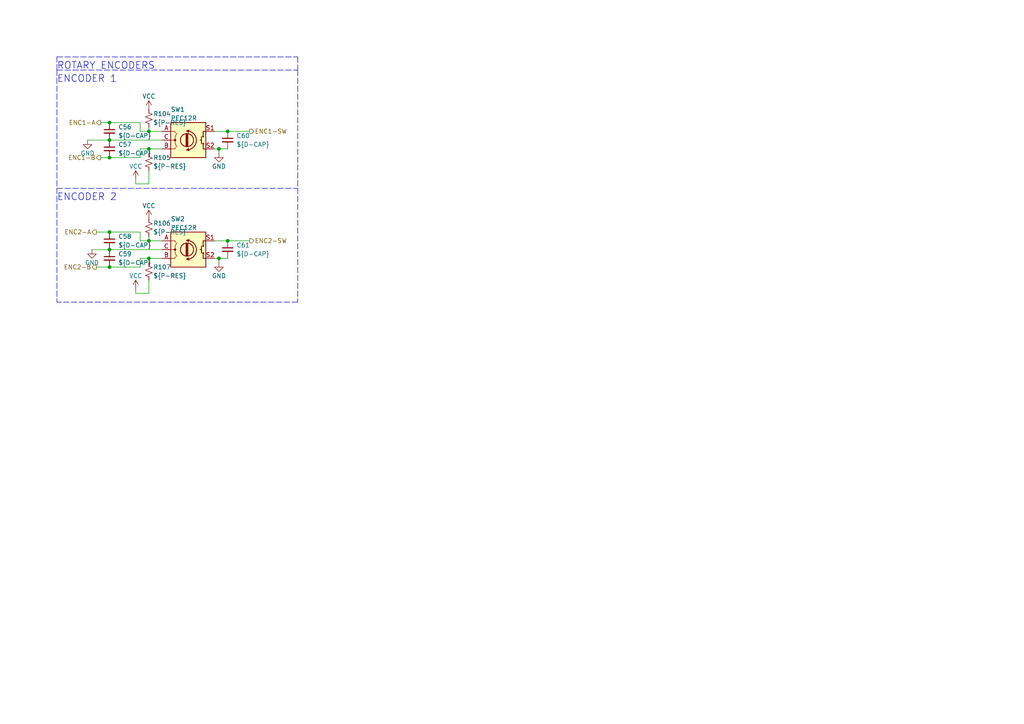
<source format=kicad_sch>
(kicad_sch (version 20211123) (generator eeschema)

  (uuid f1075004-4cd1-4a96-acbd-5e4f4592fc15)

  (paper "A4")

  (title_block
    (title "CONTROLS")
    (rev "REV5")
  )

  (lib_symbols
    (symbol "Device:C_Small" (pin_numbers hide) (pin_names (offset 0.254) hide) (in_bom yes) (on_board yes)
      (property "Reference" "C" (id 0) (at 0.254 1.778 0)
        (effects (font (size 1.27 1.27)) (justify left))
      )
      (property "Value" "C_Small" (id 1) (at 0.254 -2.032 0)
        (effects (font (size 1.27 1.27)) (justify left))
      )
      (property "Footprint" "" (id 2) (at 0 0 0)
        (effects (font (size 1.27 1.27)) hide)
      )
      (property "Datasheet" "~" (id 3) (at 0 0 0)
        (effects (font (size 1.27 1.27)) hide)
      )
      (property "ki_keywords" "capacitor cap" (id 4) (at 0 0 0)
        (effects (font (size 1.27 1.27)) hide)
      )
      (property "ki_description" "Unpolarized capacitor, small symbol" (id 5) (at 0 0 0)
        (effects (font (size 1.27 1.27)) hide)
      )
      (property "ki_fp_filters" "C_*" (id 6) (at 0 0 0)
        (effects (font (size 1.27 1.27)) hide)
      )
      (symbol "C_Small_0_1"
        (polyline
          (pts
            (xy -1.524 -0.508)
            (xy 1.524 -0.508)
          )
          (stroke (width 0.3302) (type default) (color 0 0 0 0))
          (fill (type none))
        )
        (polyline
          (pts
            (xy -1.524 0.508)
            (xy 1.524 0.508)
          )
          (stroke (width 0.3048) (type default) (color 0 0 0 0))
          (fill (type none))
        )
      )
      (symbol "C_Small_1_1"
        (pin passive line (at 0 2.54 270) (length 2.032)
          (name "~" (effects (font (size 1.27 1.27))))
          (number "1" (effects (font (size 1.27 1.27))))
        )
        (pin passive line (at 0 -2.54 90) (length 2.032)
          (name "~" (effects (font (size 1.27 1.27))))
          (number "2" (effects (font (size 1.27 1.27))))
        )
      )
    )
    (symbol "Device:R_Small_US" (pin_numbers hide) (pin_names (offset 0.254) hide) (in_bom yes) (on_board yes)
      (property "Reference" "R" (id 0) (at 0.762 0.508 0)
        (effects (font (size 1.27 1.27)) (justify left))
      )
      (property "Value" "R_Small_US" (id 1) (at 0.762 -1.016 0)
        (effects (font (size 1.27 1.27)) (justify left))
      )
      (property "Footprint" "" (id 2) (at 0 0 0)
        (effects (font (size 1.27 1.27)) hide)
      )
      (property "Datasheet" "~" (id 3) (at 0 0 0)
        (effects (font (size 1.27 1.27)) hide)
      )
      (property "ki_keywords" "r resistor" (id 4) (at 0 0 0)
        (effects (font (size 1.27 1.27)) hide)
      )
      (property "ki_description" "Resistor, small US symbol" (id 5) (at 0 0 0)
        (effects (font (size 1.27 1.27)) hide)
      )
      (property "ki_fp_filters" "R_*" (id 6) (at 0 0 0)
        (effects (font (size 1.27 1.27)) hide)
      )
      (symbol "R_Small_US_1_1"
        (polyline
          (pts
            (xy 0 0)
            (xy 1.016 -0.381)
            (xy 0 -0.762)
            (xy -1.016 -1.143)
            (xy 0 -1.524)
          )
          (stroke (width 0) (type default) (color 0 0 0 0))
          (fill (type none))
        )
        (polyline
          (pts
            (xy 0 1.524)
            (xy 1.016 1.143)
            (xy 0 0.762)
            (xy -1.016 0.381)
            (xy 0 0)
          )
          (stroke (width 0) (type default) (color 0 0 0 0))
          (fill (type none))
        )
        (pin passive line (at 0 2.54 270) (length 1.016)
          (name "~" (effects (font (size 1.27 1.27))))
          (number "1" (effects (font (size 1.27 1.27))))
        )
        (pin passive line (at 0 -2.54 90) (length 1.016)
          (name "~" (effects (font (size 1.27 1.27))))
          (number "2" (effects (font (size 1.27 1.27))))
        )
      )
    )
    (symbol "Device:RotaryEncoder_Switch" (pin_names (offset 0.254) hide) (in_bom yes) (on_board yes)
      (property "Reference" "SW" (id 0) (at 0 6.604 0)
        (effects (font (size 1.27 1.27)))
      )
      (property "Value" "RotaryEncoder_Switch" (id 1) (at 0 -6.604 0)
        (effects (font (size 1.27 1.27)))
      )
      (property "Footprint" "" (id 2) (at -3.81 4.064 0)
        (effects (font (size 1.27 1.27)) hide)
      )
      (property "Datasheet" "~" (id 3) (at 0 6.604 0)
        (effects (font (size 1.27 1.27)) hide)
      )
      (property "ki_keywords" "rotary switch encoder switch push button" (id 4) (at 0 0 0)
        (effects (font (size 1.27 1.27)) hide)
      )
      (property "ki_description" "Rotary encoder, dual channel, incremental quadrate outputs, with switch" (id 5) (at 0 0 0)
        (effects (font (size 1.27 1.27)) hide)
      )
      (property "ki_fp_filters" "RotaryEncoder*Switch*" (id 6) (at 0 0 0)
        (effects (font (size 1.27 1.27)) hide)
      )
      (symbol "RotaryEncoder_Switch_0_1"
        (rectangle (start -5.08 5.08) (end 5.08 -5.08)
          (stroke (width 0.254) (type default) (color 0 0 0 0))
          (fill (type background))
        )
        (circle (center -3.81 0) (radius 0.254)
          (stroke (width 0) (type default) (color 0 0 0 0))
          (fill (type outline))
        )
        (arc (start -0.381 -2.794) (mid 2.3622 -0.0635) (end -0.381 2.667)
          (stroke (width 0.254) (type default) (color 0 0 0 0))
          (fill (type none))
        )
        (circle (center -0.381 0) (radius 1.905)
          (stroke (width 0.254) (type default) (color 0 0 0 0))
          (fill (type none))
        )
        (polyline
          (pts
            (xy -0.635 -1.778)
            (xy -0.635 1.778)
          )
          (stroke (width 0.254) (type default) (color 0 0 0 0))
          (fill (type none))
        )
        (polyline
          (pts
            (xy -0.381 -1.778)
            (xy -0.381 1.778)
          )
          (stroke (width 0.254) (type default) (color 0 0 0 0))
          (fill (type none))
        )
        (polyline
          (pts
            (xy -0.127 1.778)
            (xy -0.127 -1.778)
          )
          (stroke (width 0.254) (type default) (color 0 0 0 0))
          (fill (type none))
        )
        (polyline
          (pts
            (xy 3.81 0)
            (xy 3.429 0)
          )
          (stroke (width 0.254) (type default) (color 0 0 0 0))
          (fill (type none))
        )
        (polyline
          (pts
            (xy 3.81 1.016)
            (xy 3.81 -1.016)
          )
          (stroke (width 0.254) (type default) (color 0 0 0 0))
          (fill (type none))
        )
        (polyline
          (pts
            (xy -5.08 -2.54)
            (xy -3.81 -2.54)
            (xy -3.81 -2.032)
          )
          (stroke (width 0) (type default) (color 0 0 0 0))
          (fill (type none))
        )
        (polyline
          (pts
            (xy -5.08 2.54)
            (xy -3.81 2.54)
            (xy -3.81 2.032)
          )
          (stroke (width 0) (type default) (color 0 0 0 0))
          (fill (type none))
        )
        (polyline
          (pts
            (xy 0.254 -3.048)
            (xy -0.508 -2.794)
            (xy 0.127 -2.413)
          )
          (stroke (width 0.254) (type default) (color 0 0 0 0))
          (fill (type none))
        )
        (polyline
          (pts
            (xy 0.254 2.921)
            (xy -0.508 2.667)
            (xy 0.127 2.286)
          )
          (stroke (width 0.254) (type default) (color 0 0 0 0))
          (fill (type none))
        )
        (polyline
          (pts
            (xy 5.08 -2.54)
            (xy 4.318 -2.54)
            (xy 4.318 -1.016)
          )
          (stroke (width 0.254) (type default) (color 0 0 0 0))
          (fill (type none))
        )
        (polyline
          (pts
            (xy 5.08 2.54)
            (xy 4.318 2.54)
            (xy 4.318 1.016)
          )
          (stroke (width 0.254) (type default) (color 0 0 0 0))
          (fill (type none))
        )
        (polyline
          (pts
            (xy -5.08 0)
            (xy -3.81 0)
            (xy -3.81 -1.016)
            (xy -3.302 -2.032)
          )
          (stroke (width 0) (type default) (color 0 0 0 0))
          (fill (type none))
        )
        (polyline
          (pts
            (xy -4.318 0)
            (xy -3.81 0)
            (xy -3.81 1.016)
            (xy -3.302 2.032)
          )
          (stroke (width 0) (type default) (color 0 0 0 0))
          (fill (type none))
        )
        (circle (center 4.318 -1.016) (radius 0.127)
          (stroke (width 0.254) (type default) (color 0 0 0 0))
          (fill (type none))
        )
        (circle (center 4.318 1.016) (radius 0.127)
          (stroke (width 0.254) (type default) (color 0 0 0 0))
          (fill (type none))
        )
      )
      (symbol "RotaryEncoder_Switch_1_1"
        (pin passive line (at -7.62 2.54 0) (length 2.54)
          (name "A" (effects (font (size 1.27 1.27))))
          (number "A" (effects (font (size 1.27 1.27))))
        )
        (pin passive line (at -7.62 -2.54 0) (length 2.54)
          (name "B" (effects (font (size 1.27 1.27))))
          (number "B" (effects (font (size 1.27 1.27))))
        )
        (pin passive line (at -7.62 0 0) (length 2.54)
          (name "C" (effects (font (size 1.27 1.27))))
          (number "C" (effects (font (size 1.27 1.27))))
        )
        (pin passive line (at 7.62 2.54 180) (length 2.54)
          (name "S1" (effects (font (size 1.27 1.27))))
          (number "S1" (effects (font (size 1.27 1.27))))
        )
        (pin passive line (at 7.62 -2.54 180) (length 2.54)
          (name "S2" (effects (font (size 1.27 1.27))))
          (number "S2" (effects (font (size 1.27 1.27))))
        )
      )
    )
    (symbol "power:GND" (power) (pin_names (offset 0)) (in_bom yes) (on_board yes)
      (property "Reference" "#PWR" (id 0) (at 0 -6.35 0)
        (effects (font (size 1.27 1.27)) hide)
      )
      (property "Value" "GND" (id 1) (at 0 -3.81 0)
        (effects (font (size 1.27 1.27)))
      )
      (property "Footprint" "" (id 2) (at 0 0 0)
        (effects (font (size 1.27 1.27)) hide)
      )
      (property "Datasheet" "" (id 3) (at 0 0 0)
        (effects (font (size 1.27 1.27)) hide)
      )
      (property "ki_keywords" "power-flag" (id 4) (at 0 0 0)
        (effects (font (size 1.27 1.27)) hide)
      )
      (property "ki_description" "Power symbol creates a global label with name \"GND\" , ground" (id 5) (at 0 0 0)
        (effects (font (size 1.27 1.27)) hide)
      )
      (symbol "GND_0_1"
        (polyline
          (pts
            (xy 0 0)
            (xy 0 -1.27)
            (xy 1.27 -1.27)
            (xy 0 -2.54)
            (xy -1.27 -1.27)
            (xy 0 -1.27)
          )
          (stroke (width 0) (type default) (color 0 0 0 0))
          (fill (type none))
        )
      )
      (symbol "GND_1_1"
        (pin power_in line (at 0 0 270) (length 0) hide
          (name "GND" (effects (font (size 1.27 1.27))))
          (number "1" (effects (font (size 1.27 1.27))))
        )
      )
    )
    (symbol "power:VCC" (power) (pin_names (offset 0)) (in_bom yes) (on_board yes)
      (property "Reference" "#PWR" (id 0) (at 0 -3.81 0)
        (effects (font (size 1.27 1.27)) hide)
      )
      (property "Value" "VCC" (id 1) (at 0 3.81 0)
        (effects (font (size 1.27 1.27)))
      )
      (property "Footprint" "" (id 2) (at 0 0 0)
        (effects (font (size 1.27 1.27)) hide)
      )
      (property "Datasheet" "" (id 3) (at 0 0 0)
        (effects (font (size 1.27 1.27)) hide)
      )
      (property "ki_keywords" "power-flag" (id 4) (at 0 0 0)
        (effects (font (size 1.27 1.27)) hide)
      )
      (property "ki_description" "Power symbol creates a global label with name \"VCC\"" (id 5) (at 0 0 0)
        (effects (font (size 1.27 1.27)) hide)
      )
      (symbol "VCC_0_1"
        (polyline
          (pts
            (xy -0.762 1.27)
            (xy 0 2.54)
          )
          (stroke (width 0) (type default) (color 0 0 0 0))
          (fill (type none))
        )
        (polyline
          (pts
            (xy 0 0)
            (xy 0 2.54)
          )
          (stroke (width 0) (type default) (color 0 0 0 0))
          (fill (type none))
        )
        (polyline
          (pts
            (xy 0 2.54)
            (xy 0.762 1.27)
          )
          (stroke (width 0) (type default) (color 0 0 0 0))
          (fill (type none))
        )
      )
      (symbol "VCC_1_1"
        (pin power_in line (at 0 0 90) (length 0) hide
          (name "VCC" (effects (font (size 1.27 1.27))))
          (number "1" (effects (font (size 1.27 1.27))))
        )
      )
    )
  )

  (junction (at 31.75 40.64) (diameter 0) (color 0 0 0 0)
    (uuid 0595bef5-f4f5-44e1-9ef8-65f4e0f553d6)
  )
  (junction (at 31.75 35.56) (diameter 0) (color 0 0 0 0)
    (uuid 1c66c6dc-7fb3-459c-8df0-a69546a9947c)
  )
  (junction (at 31.75 77.47) (diameter 0) (color 0 0 0 0)
    (uuid 3e44b033-5f1c-44e5-92f0-8334a7cf8287)
  )
  (junction (at 31.75 45.72) (diameter 0) (color 0 0 0 0)
    (uuid 57e382a6-15a7-471c-85ed-2808cebae0c9)
  )
  (junction (at 43.18 74.93) (diameter 0) (color 0 0 0 0)
    (uuid 58dbc9e5-969b-46ed-974a-3753e496ace3)
  )
  (junction (at 31.75 72.39) (diameter 0) (color 0 0 0 0)
    (uuid 75b267bd-ba05-4c71-977d-07baa8f24479)
  )
  (junction (at 43.18 69.85) (diameter 0) (color 0 0 0 0)
    (uuid 97ec0e79-0fab-4176-b48b-f8352c211a14)
  )
  (junction (at 63.5 74.93) (diameter 0) (color 0 0 0 0)
    (uuid 9ac86718-d20a-4bac-9d02-427e4aad182e)
  )
  (junction (at 63.5 43.18) (diameter 0) (color 0 0 0 0)
    (uuid 9e231511-9037-41da-afd8-ae9dfb1dc47d)
  )
  (junction (at 43.18 43.18) (diameter 0) (color 0 0 0 0)
    (uuid a43d948a-bb4b-400c-bc79-7bb127f6ac79)
  )
  (junction (at 66.04 38.1) (diameter 0) (color 0 0 0 0)
    (uuid a5c052bc-d0aa-44b5-a521-792bd37fc648)
  )
  (junction (at 31.75 67.31) (diameter 0) (color 0 0 0 0)
    (uuid a6b7904b-7e7f-483c-bfce-84c774d0b835)
  )
  (junction (at 66.04 69.85) (diameter 0) (color 0 0 0 0)
    (uuid e4a0bcf1-0496-4884-9a9f-bb61a8c23c99)
  )
  (junction (at 43.18 38.1) (diameter 0) (color 0 0 0 0)
    (uuid fd16349f-1bdb-4619-bf2f-ee25a79afff3)
  )

  (wire (pts (xy 25.4 40.64) (xy 31.75 40.64))
    (stroke (width 0) (type default) (color 0 0 0 0))
    (uuid 0674f3d2-092c-4d7e-a905-85e2ddb02880)
  )
  (wire (pts (xy 29.21 35.56) (xy 31.75 35.56))
    (stroke (width 0) (type default) (color 0 0 0 0))
    (uuid 117b5746-9000-44d7-9261-e8291dfdf9b8)
  )
  (wire (pts (xy 63.5 74.93) (xy 63.5 76.2))
    (stroke (width 0) (type default) (color 0 0 0 0))
    (uuid 11f5d7ad-d05a-4aea-be98-e0f33b44feea)
  )
  (polyline (pts (xy 16.51 54.61) (xy 86.36 54.61))
    (stroke (width 0) (type default) (color 0 0 0 0))
    (uuid 163c29bf-6be5-499a-8948-592b6cea5860)
  )
  (polyline (pts (xy 16.51 20.32) (xy 16.51 87.63))
    (stroke (width 0) (type default) (color 0 0 0 0))
    (uuid 2185438e-1a76-4b2b-a5aa-d287933afb61)
  )

  (wire (pts (xy 43.18 44.45) (xy 43.18 43.18))
    (stroke (width 0) (type default) (color 0 0 0 0))
    (uuid 27fa937e-23db-4df3-b37e-d983f97c8a62)
  )
  (polyline (pts (xy 86.36 87.63) (xy 16.51 87.63))
    (stroke (width 0) (type default) (color 0 0 0 0))
    (uuid 329e3b1a-7f18-4c62-8aff-673d1fd1f7b4)
  )

  (wire (pts (xy 40.64 38.1) (xy 43.18 38.1))
    (stroke (width 0) (type default) (color 0 0 0 0))
    (uuid 3b074633-7072-4695-88ec-3ec2f596341b)
  )
  (wire (pts (xy 66.04 38.1) (xy 72.39 38.1))
    (stroke (width 0) (type default) (color 0 0 0 0))
    (uuid 456930ab-d409-439e-9438-ce1218dcf971)
  )
  (wire (pts (xy 43.18 43.18) (xy 46.99 43.18))
    (stroke (width 0) (type default) (color 0 0 0 0))
    (uuid 4c3016ad-1a5f-465b-8f3f-8cd808b9ff00)
  )
  (wire (pts (xy 40.64 35.56) (xy 40.64 38.1))
    (stroke (width 0) (type default) (color 0 0 0 0))
    (uuid 4dc80515-2863-4d98-9c17-0a718f3f8f2d)
  )
  (wire (pts (xy 62.23 69.85) (xy 66.04 69.85))
    (stroke (width 0) (type default) (color 0 0 0 0))
    (uuid 54a32231-4e5a-4a3d-9b24-a72bf8c8a404)
  )
  (wire (pts (xy 43.18 36.83) (xy 43.18 38.1))
    (stroke (width 0) (type default) (color 0 0 0 0))
    (uuid 5bf2e91b-06a9-4835-a2a1-564f5363b037)
  )
  (wire (pts (xy 43.18 38.1) (xy 46.99 38.1))
    (stroke (width 0) (type default) (color 0 0 0 0))
    (uuid 601c6924-6eb3-4d08-91ca-f66c9ed4aa2d)
  )
  (wire (pts (xy 40.64 69.85) (xy 43.18 69.85))
    (stroke (width 0) (type default) (color 0 0 0 0))
    (uuid 6f0cf8e5-a462-46db-8bb5-dce07ae99352)
  )
  (wire (pts (xy 31.75 72.39) (xy 46.99 72.39))
    (stroke (width 0) (type default) (color 0 0 0 0))
    (uuid 7a7b2ecc-4b03-43ff-8031-4a0ed31592ca)
  )
  (wire (pts (xy 62.23 38.1) (xy 66.04 38.1))
    (stroke (width 0) (type default) (color 0 0 0 0))
    (uuid 7a9084c7-e453-4539-8a1e-421fe7ea4cb3)
  )
  (wire (pts (xy 40.64 43.18) (xy 43.18 43.18))
    (stroke (width 0) (type default) (color 0 0 0 0))
    (uuid 7f035f73-e041-47e7-83f1-6b8cf4f56a1c)
  )
  (wire (pts (xy 43.18 74.93) (xy 46.99 74.93))
    (stroke (width 0) (type default) (color 0 0 0 0))
    (uuid 81d831f8-d99d-45a4-88d3-e0e0c7ed1384)
  )
  (wire (pts (xy 40.64 67.31) (xy 40.64 69.85))
    (stroke (width 0) (type default) (color 0 0 0 0))
    (uuid 91c5e454-c5cf-4249-863a-fc440a11ecc9)
  )
  (wire (pts (xy 31.75 35.56) (xy 40.64 35.56))
    (stroke (width 0) (type default) (color 0 0 0 0))
    (uuid 95264553-cec6-4005-81cb-2b743159a05f)
  )
  (wire (pts (xy 31.75 40.64) (xy 46.99 40.64))
    (stroke (width 0) (type default) (color 0 0 0 0))
    (uuid 9ade644a-1906-403f-9f86-ba011cdb4f3b)
  )
  (wire (pts (xy 31.75 45.72) (xy 40.64 45.72))
    (stroke (width 0) (type default) (color 0 0 0 0))
    (uuid 9eda71e7-aff2-4181-9b5b-2ce1799a7a63)
  )
  (wire (pts (xy 43.18 85.09) (xy 39.37 85.09))
    (stroke (width 0) (type default) (color 0 0 0 0))
    (uuid a0a596f7-39d8-4fdc-8194-13f4619008e3)
  )
  (wire (pts (xy 63.5 43.18) (xy 63.5 44.45))
    (stroke (width 0) (type default) (color 0 0 0 0))
    (uuid a4bb6980-2f01-4804-9cd6-8cf55026e048)
  )
  (wire (pts (xy 66.04 69.85) (xy 72.39 69.85))
    (stroke (width 0) (type default) (color 0 0 0 0))
    (uuid a5b9a140-d2e3-4d53-aeb2-bf197f0573c2)
  )
  (wire (pts (xy 29.21 45.72) (xy 31.75 45.72))
    (stroke (width 0) (type default) (color 0 0 0 0))
    (uuid a6da321d-49dd-46fb-8c7a-1aa4ec4a9288)
  )
  (wire (pts (xy 27.94 77.47) (xy 31.75 77.47))
    (stroke (width 0) (type default) (color 0 0 0 0))
    (uuid a771d019-6a4a-4926-aea1-6883c153a2a0)
  )
  (wire (pts (xy 26.67 72.39) (xy 31.75 72.39))
    (stroke (width 0) (type default) (color 0 0 0 0))
    (uuid a83792d4-48bf-4844-bf0b-daa8ace746f3)
  )
  (wire (pts (xy 62.23 43.18) (xy 63.5 43.18))
    (stroke (width 0) (type default) (color 0 0 0 0))
    (uuid b01b62c1-77e3-43be-8996-366fb1e0285c)
  )
  (polyline (pts (xy 16.51 20.32) (xy 86.36 20.32))
    (stroke (width 0) (type default) (color 0 0 0 0))
    (uuid b324fb4b-dab6-42f3-95eb-853c8edbbc06)
  )

  (wire (pts (xy 40.64 45.72) (xy 40.64 43.18))
    (stroke (width 0) (type default) (color 0 0 0 0))
    (uuid b67627da-8e2c-4cc0-b390-cd667c5ed1ad)
  )
  (wire (pts (xy 43.18 53.34) (xy 43.18 49.53))
    (stroke (width 0) (type default) (color 0 0 0 0))
    (uuid bef72805-9685-4ebb-87d7-30e61cf031bf)
  )
  (wire (pts (xy 39.37 52.07) (xy 39.37 53.34))
    (stroke (width 0) (type default) (color 0 0 0 0))
    (uuid c1fb8f79-9f31-4279-b041-4716796fb12c)
  )
  (wire (pts (xy 39.37 85.09) (xy 39.37 83.82))
    (stroke (width 0) (type default) (color 0 0 0 0))
    (uuid c789a368-7f29-4406-a441-f050a4d68042)
  )
  (wire (pts (xy 43.18 76.2) (xy 43.18 74.93))
    (stroke (width 0) (type default) (color 0 0 0 0))
    (uuid c89d60d8-be24-4531-bd8e-f0c92cdb21b5)
  )
  (wire (pts (xy 39.37 53.34) (xy 43.18 53.34))
    (stroke (width 0) (type default) (color 0 0 0 0))
    (uuid cb00d2b6-4c92-400f-8c76-430964d13911)
  )
  (polyline (pts (xy 86.36 20.32) (xy 86.36 87.63))
    (stroke (width 0) (type default) (color 0 0 0 0))
    (uuid d30c62e5-d35d-4374-b97f-4411b994c4e8)
  )

  (wire (pts (xy 43.18 68.58) (xy 43.18 69.85))
    (stroke (width 0) (type default) (color 0 0 0 0))
    (uuid d78752ab-a04a-4f39-a649-4320732630a3)
  )
  (wire (pts (xy 62.23 74.93) (xy 63.5 74.93))
    (stroke (width 0) (type default) (color 0 0 0 0))
    (uuid de84dad4-0575-494d-b296-9d51f4ea1846)
  )
  (polyline (pts (xy 16.51 16.51) (xy 86.36 16.51))
    (stroke (width 0) (type default) (color 0 0 0 0))
    (uuid e0871bf7-9a3d-46f5-ac0b-7a1f2a26cf07)
  )

  (wire (pts (xy 63.5 43.18) (xy 66.04 43.18))
    (stroke (width 0) (type default) (color 0 0 0 0))
    (uuid e0e731f4-4207-4d29-8843-f1230d130b30)
  )
  (wire (pts (xy 43.18 81.28) (xy 43.18 85.09))
    (stroke (width 0) (type default) (color 0 0 0 0))
    (uuid e188fded-5a14-41e2-a446-d1d8289ff523)
  )
  (wire (pts (xy 31.75 77.47) (xy 40.64 77.47))
    (stroke (width 0) (type default) (color 0 0 0 0))
    (uuid e38b4dc4-6d45-4df8-8aee-80e91f737518)
  )
  (wire (pts (xy 27.94 67.31) (xy 31.75 67.31))
    (stroke (width 0) (type default) (color 0 0 0 0))
    (uuid e4d7bc0c-bf84-4ceb-a916-6294ae19fc90)
  )
  (wire (pts (xy 63.5 74.93) (xy 66.04 74.93))
    (stroke (width 0) (type default) (color 0 0 0 0))
    (uuid e52c1041-dce3-4754-a4ef-cd95d2c8ed0c)
  )
  (wire (pts (xy 31.75 67.31) (xy 40.64 67.31))
    (stroke (width 0) (type default) (color 0 0 0 0))
    (uuid eb04ee38-99fe-4045-951b-9a4196d950ca)
  )
  (polyline (pts (xy 16.51 20.32) (xy 16.51 16.51))
    (stroke (width 0) (type default) (color 0 0 0 0))
    (uuid ebba1420-c855-4cfb-b8d4-8ab5199153ca)
  )

  (wire (pts (xy 40.64 74.93) (xy 43.18 74.93))
    (stroke (width 0) (type default) (color 0 0 0 0))
    (uuid ec18b377-0006-4e20-9d70-b8fc04204a80)
  )
  (wire (pts (xy 43.18 69.85) (xy 46.99 69.85))
    (stroke (width 0) (type default) (color 0 0 0 0))
    (uuid f206e53d-ecea-4a5e-a905-a252836e1223)
  )
  (wire (pts (xy 40.64 77.47) (xy 40.64 74.93))
    (stroke (width 0) (type default) (color 0 0 0 0))
    (uuid f3801363-9efd-4972-aa06-babd5e138631)
  )
  (polyline (pts (xy 86.36 16.51) (xy 86.36 20.32))
    (stroke (width 0) (type default) (color 0 0 0 0))
    (uuid fbb2f18a-e113-4b79-b687-5bbf6d5f3438)
  )

  (text "ENCODER 2" (at 16.51 58.42 0)
    (effects (font (size 2 2)) (justify left bottom))
    (uuid 6cb57dc0-5c19-4347-b79d-26e3750c9887)
  )
  (text "ROTARY ENCODERS" (at 16.51 20.32 0)
    (effects (font (size 2 2)) (justify left bottom))
    (uuid af50761d-380c-4e12-8d96-70d2445751ec)
  )
  (text "ENCODER 1" (at 16.51 24.13 0)
    (effects (font (size 2 2)) (justify left bottom))
    (uuid f369bca0-7b69-4435-acb2-179ec7e18af8)
  )

  (hierarchical_label "ENC1-SW" (shape output) (at 72.39 38.1 0)
    (effects (font (size 1.27 1.27)) (justify left))
    (uuid 1fbe1966-a47d-4e3e-b12c-7db09a8e75ea)
  )
  (hierarchical_label "ENC2-B" (shape output) (at 27.94 77.47 180)
    (effects (font (size 1.27 1.27)) (justify right))
    (uuid 29ab9515-96f5-4cac-a63f-9eba76eead2e)
  )
  (hierarchical_label "ENC2-A" (shape output) (at 27.94 67.31 180)
    (effects (font (size 1.27 1.27)) (justify right))
    (uuid 41f7353a-d6a5-4826-86f4-bce44ba34b16)
  )
  (hierarchical_label "ENC2-SW" (shape output) (at 72.39 69.85 0)
    (effects (font (size 1.27 1.27)) (justify left))
    (uuid b4f6c557-f336-45c2-a652-337af06f27bb)
  )
  (hierarchical_label "ENC1-A" (shape output) (at 29.21 35.56 180)
    (effects (font (size 1.27 1.27)) (justify right))
    (uuid b9014b47-37fb-4239-9f25-452983c57333)
  )
  (hierarchical_label "ENC1-B" (shape output) (at 29.21 45.72 180)
    (effects (font (size 1.27 1.27)) (justify right))
    (uuid fd209073-fc44-40c6-8934-1aaaf391d04d)
  )

  (symbol (lib_id "power:VCC") (at 39.37 83.82 0) (unit 1)
    (in_bom yes) (on_board yes)
    (uuid 01da0fd9-e93c-440c-a821-fdd48c98ce01)
    (property "Reference" "#PWR071" (id 0) (at 39.37 87.63 0)
      (effects (font (size 1.27 1.27)) hide)
    )
    (property "Value" "VCC" (id 1) (at 39.37 80.01 0))
    (property "Footprint" "" (id 2) (at 39.37 83.82 0)
      (effects (font (size 1.27 1.27)) hide)
    )
    (property "Datasheet" "" (id 3) (at 39.37 83.82 0)
      (effects (font (size 1.27 1.27)) hide)
    )
    (pin "1" (uuid de4a5f9e-8ecd-4715-ae43-a77cf31ffcee))
  )

  (symbol (lib_id "Device:RotaryEncoder_Switch") (at 54.61 40.64 0) (unit 1)
    (in_bom yes) (on_board yes)
    (uuid 137bd265-86f0-4418-b2d3-9606c5d247a9)
    (property "Reference" "SW1" (id 0) (at 49.53 31.75 0)
      (effects (font (size 1.27 1.27)) (justify left))
    )
    (property "Value" "PEC12R" (id 1) (at 49.53 34.29 0)
      (effects (font (size 1.27 1.27)) (justify left))
    )
    (property "Footprint" "Daxxn_Switches:PEC12R" (id 2) (at 50.8 36.576 0)
      (effects (font (size 1.27 1.27)) hide)
    )
    (property "Datasheet" "~" (id 3) (at 54.61 34.036 0)
      (effects (font (size 1.27 1.27)) hide)
    )
    (pin "A" (uuid 4850a579-8805-4c29-aaaa-8680c8ca8909))
    (pin "B" (uuid a5de0b17-86f2-4096-ae4c-83ed4a569f0c))
    (pin "C" (uuid 5215d915-98b3-4a1d-9e0e-54e2924a5b8d))
    (pin "S1" (uuid a5693efb-99de-47cd-81ff-4f9157118ded))
    (pin "S2" (uuid 3a2e1d17-9011-4656-9797-2fafed8200af))
  )

  (symbol (lib_id "Device:C_Small") (at 31.75 43.18 0) (unit 1)
    (in_bom yes) (on_board yes) (fields_autoplaced)
    (uuid 3c1cf9fa-180e-4bb7-b189-a27119f530a4)
    (property "Reference" "C57" (id 0) (at 34.29 41.9162 0)
      (effects (font (size 1.27 1.27)) (justify left))
    )
    (property "Value" "${D-CAP}" (id 1) (at 34.29 44.4562 0)
      (effects (font (size 1.27 1.27)) (justify left))
    )
    (property "Footprint" "Capacitor_SMD:C_0805_2012Metric" (id 2) (at 31.75 43.18 0)
      (effects (font (size 1.27 1.27)) hide)
    )
    (property "Datasheet" "~" (id 3) (at 31.75 43.18 0)
      (effects (font (size 1.27 1.27)) hide)
    )
    (pin "1" (uuid 9b3dbbf7-7261-4b4c-a725-2e1d879a3a60))
    (pin "2" (uuid ee48b444-b56b-4742-b36d-b43f4ed4dff0))
  )

  (symbol (lib_id "power:GND") (at 63.5 76.2 0) (unit 1)
    (in_bom yes) (on_board yes)
    (uuid 45a0a28f-1957-47da-999b-25de2a316e37)
    (property "Reference" "#PWR075" (id 0) (at 63.5 82.55 0)
      (effects (font (size 1.27 1.27)) hide)
    )
    (property "Value" "GND" (id 1) (at 63.5 80.01 0))
    (property "Footprint" "" (id 2) (at 63.5 76.2 0)
      (effects (font (size 1.27 1.27)) hide)
    )
    (property "Datasheet" "" (id 3) (at 63.5 76.2 0)
      (effects (font (size 1.27 1.27)) hide)
    )
    (pin "1" (uuid ccd36795-e5d8-4c30-bf28-076100b6fd11))
  )

  (symbol (lib_id "Device:C_Small") (at 31.75 38.1 0) (unit 1)
    (in_bom yes) (on_board yes) (fields_autoplaced)
    (uuid 63f02414-4c8a-4640-a49f-d6c5fac69196)
    (property "Reference" "C56" (id 0) (at 34.29 36.8362 0)
      (effects (font (size 1.27 1.27)) (justify left))
    )
    (property "Value" "${D-CAP}" (id 1) (at 34.29 39.3762 0)
      (effects (font (size 1.27 1.27)) (justify left))
    )
    (property "Footprint" "Capacitor_SMD:C_0805_2012Metric" (id 2) (at 31.75 38.1 0)
      (effects (font (size 1.27 1.27)) hide)
    )
    (property "Datasheet" "~" (id 3) (at 31.75 38.1 0)
      (effects (font (size 1.27 1.27)) hide)
    )
    (pin "1" (uuid 487db07d-8f49-418e-bc9e-6b6bcd620c5b))
    (pin "2" (uuid 13584c32-f8b4-4883-89be-814c5360fa6a))
  )

  (symbol (lib_id "Device:C_Small") (at 66.04 40.64 0) (unit 1)
    (in_bom yes) (on_board yes) (fields_autoplaced)
    (uuid 7f611165-6a21-48b1-b8ed-eccacbdd06bd)
    (property "Reference" "C60" (id 0) (at 68.58 39.3762 0)
      (effects (font (size 1.27 1.27)) (justify left))
    )
    (property "Value" "${D-CAP}" (id 1) (at 68.58 41.9162 0)
      (effects (font (size 1.27 1.27)) (justify left))
    )
    (property "Footprint" "Capacitor_SMD:C_0805_2012Metric" (id 2) (at 66.04 40.64 0)
      (effects (font (size 1.27 1.27)) hide)
    )
    (property "Datasheet" "~" (id 3) (at 66.04 40.64 0)
      (effects (font (size 1.27 1.27)) hide)
    )
    (pin "1" (uuid 7244a769-5e3a-4d57-b1f4-47af8df7cae9))
    (pin "2" (uuid b624ddb5-5af8-43cb-a5f2-0319c9312004))
  )

  (symbol (lib_id "Device:C_Small") (at 31.75 69.85 0) (unit 1)
    (in_bom yes) (on_board yes) (fields_autoplaced)
    (uuid 81298a5f-09cd-4bfd-8a79-86221b487f00)
    (property "Reference" "C58" (id 0) (at 34.29 68.5862 0)
      (effects (font (size 1.27 1.27)) (justify left))
    )
    (property "Value" "${D-CAP}" (id 1) (at 34.29 71.1262 0)
      (effects (font (size 1.27 1.27)) (justify left))
    )
    (property "Footprint" "Capacitor_SMD:C_0805_2012Metric" (id 2) (at 31.75 69.85 0)
      (effects (font (size 1.27 1.27)) hide)
    )
    (property "Datasheet" "~" (id 3) (at 31.75 69.85 0)
      (effects (font (size 1.27 1.27)) hide)
    )
    (pin "1" (uuid 8303f986-54b0-4bcb-b378-b99e41d14b97))
    (pin "2" (uuid e361705a-e10d-4087-a334-a12518f871e6))
  )

  (symbol (lib_id "Device:C_Small") (at 66.04 72.39 0) (unit 1)
    (in_bom yes) (on_board yes) (fields_autoplaced)
    (uuid 822aea27-4519-4f29-8944-1e31954953b7)
    (property "Reference" "C61" (id 0) (at 68.58 71.1262 0)
      (effects (font (size 1.27 1.27)) (justify left))
    )
    (property "Value" "${D-CAP}" (id 1) (at 68.58 73.6662 0)
      (effects (font (size 1.27 1.27)) (justify left))
    )
    (property "Footprint" "Capacitor_SMD:C_0805_2012Metric" (id 2) (at 66.04 72.39 0)
      (effects (font (size 1.27 1.27)) hide)
    )
    (property "Datasheet" "~" (id 3) (at 66.04 72.39 0)
      (effects (font (size 1.27 1.27)) hide)
    )
    (pin "1" (uuid be1f227f-1f97-4ec7-86cb-bf24a9f3cced))
    (pin "2" (uuid 8649886d-72cd-466e-a56b-596352377102))
  )

  (symbol (lib_id "power:VCC") (at 43.18 31.75 0) (unit 1)
    (in_bom yes) (on_board yes)
    (uuid 8682fa51-404b-41ef-8cec-57dd735052c4)
    (property "Reference" "#PWR072" (id 0) (at 43.18 35.56 0)
      (effects (font (size 1.27 1.27)) hide)
    )
    (property "Value" "VCC" (id 1) (at 43.18 27.94 0))
    (property "Footprint" "" (id 2) (at 43.18 31.75 0)
      (effects (font (size 1.27 1.27)) hide)
    )
    (property "Datasheet" "" (id 3) (at 43.18 31.75 0)
      (effects (font (size 1.27 1.27)) hide)
    )
    (pin "1" (uuid 447c874b-2651-4826-928f-0f241a81fa3c))
  )

  (symbol (lib_id "power:VCC") (at 39.37 52.07 0) (unit 1)
    (in_bom yes) (on_board yes)
    (uuid 8be7a740-3b6d-47cd-918b-48392ca6d1c0)
    (property "Reference" "#PWR070" (id 0) (at 39.37 55.88 0)
      (effects (font (size 1.27 1.27)) hide)
    )
    (property "Value" "VCC" (id 1) (at 39.37 48.26 0))
    (property "Footprint" "" (id 2) (at 39.37 52.07 0)
      (effects (font (size 1.27 1.27)) hide)
    )
    (property "Datasheet" "" (id 3) (at 39.37 52.07 0)
      (effects (font (size 1.27 1.27)) hide)
    )
    (pin "1" (uuid 281153da-320d-442e-a1e7-21c98ac436f1))
  )

  (symbol (lib_id "power:GND") (at 25.4 40.64 0) (unit 1)
    (in_bom yes) (on_board yes)
    (uuid 8e293eed-7a31-4902-8cb5-20c3037ea50b)
    (property "Reference" "#PWR068" (id 0) (at 25.4 46.99 0)
      (effects (font (size 1.27 1.27)) hide)
    )
    (property "Value" "GND" (id 1) (at 25.4 44.45 0))
    (property "Footprint" "" (id 2) (at 25.4 40.64 0)
      (effects (font (size 1.27 1.27)) hide)
    )
    (property "Datasheet" "" (id 3) (at 25.4 40.64 0)
      (effects (font (size 1.27 1.27)) hide)
    )
    (pin "1" (uuid 682d2fba-aa78-457c-91d2-8c9fe313fcc0))
  )

  (symbol (lib_id "Device:R_Small_US") (at 43.18 66.04 0) (unit 1)
    (in_bom yes) (on_board yes)
    (uuid 8fef2fae-596b-4432-9a66-ed7ea71370a2)
    (property "Reference" "R106" (id 0) (at 44.45 64.77 0)
      (effects (font (size 1.27 1.27)) (justify left))
    )
    (property "Value" "${P-RES}" (id 1) (at 44.45 67.31 0)
      (effects (font (size 1.27 1.27)) (justify left))
    )
    (property "Footprint" "Resistor_SMD:R_0805_2012Metric" (id 2) (at 43.18 66.04 0)
      (effects (font (size 1.27 1.27)) hide)
    )
    (property "Datasheet" "~" (id 3) (at 43.18 66.04 0)
      (effects (font (size 1.27 1.27)) hide)
    )
    (pin "1" (uuid 7cbba260-1eb5-42ec-b9b4-6c9a6a6186ea))
    (pin "2" (uuid 9b9cc442-3740-4c94-9065-f25c3472483a))
  )

  (symbol (lib_id "Device:R_Small_US") (at 43.18 78.74 0) (unit 1)
    (in_bom yes) (on_board yes)
    (uuid 98f6a0e7-64cb-417c-b0fc-79ee8910ca62)
    (property "Reference" "R107" (id 0) (at 44.45 77.47 0)
      (effects (font (size 1.27 1.27)) (justify left))
    )
    (property "Value" "${P-RES}" (id 1) (at 44.45 80.01 0)
      (effects (font (size 1.27 1.27)) (justify left))
    )
    (property "Footprint" "Resistor_SMD:R_0805_2012Metric" (id 2) (at 43.18 78.74 0)
      (effects (font (size 1.27 1.27)) hide)
    )
    (property "Datasheet" "~" (id 3) (at 43.18 78.74 0)
      (effects (font (size 1.27 1.27)) hide)
    )
    (pin "1" (uuid 207a1c94-31eb-4058-bf4e-88ff7366099c))
    (pin "2" (uuid 67be2da8-e204-4395-8537-937a85b9b3a0))
  )

  (symbol (lib_id "power:VCC") (at 43.18 63.5 0) (unit 1)
    (in_bom yes) (on_board yes)
    (uuid 99322312-9f85-451f-b51e-e451ba14cf71)
    (property "Reference" "#PWR073" (id 0) (at 43.18 67.31 0)
      (effects (font (size 1.27 1.27)) hide)
    )
    (property "Value" "VCC" (id 1) (at 43.18 59.69 0))
    (property "Footprint" "" (id 2) (at 43.18 63.5 0)
      (effects (font (size 1.27 1.27)) hide)
    )
    (property "Datasheet" "" (id 3) (at 43.18 63.5 0)
      (effects (font (size 1.27 1.27)) hide)
    )
    (pin "1" (uuid 9955188b-987b-4a9d-a53c-72f71b3f02ea))
  )

  (symbol (lib_id "Device:R_Small_US") (at 43.18 46.99 0) (unit 1)
    (in_bom yes) (on_board yes)
    (uuid ba2d5e67-0eca-4675-b112-82c04569afd2)
    (property "Reference" "R105" (id 0) (at 44.45 45.72 0)
      (effects (font (size 1.27 1.27)) (justify left))
    )
    (property "Value" "${P-RES}" (id 1) (at 44.45 48.26 0)
      (effects (font (size 1.27 1.27)) (justify left))
    )
    (property "Footprint" "Resistor_SMD:R_0805_2012Metric" (id 2) (at 43.18 46.99 0)
      (effects (font (size 1.27 1.27)) hide)
    )
    (property "Datasheet" "~" (id 3) (at 43.18 46.99 0)
      (effects (font (size 1.27 1.27)) hide)
    )
    (pin "1" (uuid 3cce1d48-a5f7-4d07-ac7a-80eed29b73f9))
    (pin "2" (uuid a684956e-4d11-464a-8fec-14187efd11b6))
  )

  (symbol (lib_id "Device:RotaryEncoder_Switch") (at 54.61 72.39 0) (unit 1)
    (in_bom yes) (on_board yes)
    (uuid c6efe3b2-481c-42eb-9976-3476a62a4fc1)
    (property "Reference" "SW2" (id 0) (at 49.53 63.5 0)
      (effects (font (size 1.27 1.27)) (justify left))
    )
    (property "Value" "PEC12R" (id 1) (at 49.53 66.04 0)
      (effects (font (size 1.27 1.27)) (justify left))
    )
    (property "Footprint" "Daxxn_Switches:PEC12R" (id 2) (at 50.8 68.326 0)
      (effects (font (size 1.27 1.27)) hide)
    )
    (property "Datasheet" "~" (id 3) (at 54.61 65.786 0)
      (effects (font (size 1.27 1.27)) hide)
    )
    (pin "A" (uuid 03b95464-0559-417d-8a3d-b0c830577beb))
    (pin "B" (uuid 8b0018fd-c0ed-4d39-a5c7-5e9739c5f7b9))
    (pin "C" (uuid 5db0a087-bbe7-4d5b-8fe6-a9e9cf784faa))
    (pin "S1" (uuid 96d1f162-86f4-4879-9aad-65a57bbf17c5))
    (pin "S2" (uuid 15caa72e-db37-4bd1-ac2d-98bcf751ed1a))
  )

  (symbol (lib_id "Device:C_Small") (at 31.75 74.93 0) (unit 1)
    (in_bom yes) (on_board yes) (fields_autoplaced)
    (uuid e7cc0120-e701-410b-bf72-2a364ae60c63)
    (property "Reference" "C59" (id 0) (at 34.29 73.6662 0)
      (effects (font (size 1.27 1.27)) (justify left))
    )
    (property "Value" "${D-CAP}" (id 1) (at 34.29 76.2062 0)
      (effects (font (size 1.27 1.27)) (justify left))
    )
    (property "Footprint" "Capacitor_SMD:C_0805_2012Metric" (id 2) (at 31.75 74.93 0)
      (effects (font (size 1.27 1.27)) hide)
    )
    (property "Datasheet" "~" (id 3) (at 31.75 74.93 0)
      (effects (font (size 1.27 1.27)) hide)
    )
    (pin "1" (uuid 87974a1a-1746-4d43-aca6-c127d7185b0b))
    (pin "2" (uuid cc877290-90bb-4378-b190-1ef0a65ae1c0))
  )

  (symbol (lib_id "power:GND") (at 63.5 44.45 0) (unit 1)
    (in_bom yes) (on_board yes)
    (uuid efa4f4f1-66e9-40df-afa8-f58c7542b623)
    (property "Reference" "#PWR074" (id 0) (at 63.5 50.8 0)
      (effects (font (size 1.27 1.27)) hide)
    )
    (property "Value" "GND" (id 1) (at 63.5 48.26 0))
    (property "Footprint" "" (id 2) (at 63.5 44.45 0)
      (effects (font (size 1.27 1.27)) hide)
    )
    (property "Datasheet" "" (id 3) (at 63.5 44.45 0)
      (effects (font (size 1.27 1.27)) hide)
    )
    (pin "1" (uuid 717be8c7-e4ab-4340-a1ac-295e7aac0743))
  )

  (symbol (lib_id "power:GND") (at 26.67 72.39 0) (unit 1)
    (in_bom yes) (on_board yes)
    (uuid f5c26a4c-f39f-4aad-a2cc-5e4236ce726d)
    (property "Reference" "#PWR069" (id 0) (at 26.67 78.74 0)
      (effects (font (size 1.27 1.27)) hide)
    )
    (property "Value" "GND" (id 1) (at 26.67 76.2 0))
    (property "Footprint" "" (id 2) (at 26.67 72.39 0)
      (effects (font (size 1.27 1.27)) hide)
    )
    (property "Datasheet" "" (id 3) (at 26.67 72.39 0)
      (effects (font (size 1.27 1.27)) hide)
    )
    (pin "1" (uuid a2f7050d-209b-4508-8606-7c22de641615))
  )

  (symbol (lib_id "Device:R_Small_US") (at 43.18 34.29 0) (unit 1)
    (in_bom yes) (on_board yes)
    (uuid f9df28bd-f761-40a7-8015-aa1051c0a09a)
    (property "Reference" "R104" (id 0) (at 44.45 33.02 0)
      (effects (font (size 1.27 1.27)) (justify left))
    )
    (property "Value" "${P-RES}" (id 1) (at 44.45 35.56 0)
      (effects (font (size 1.27 1.27)) (justify left))
    )
    (property "Footprint" "Resistor_SMD:R_0805_2012Metric" (id 2) (at 43.18 34.29 0)
      (effects (font (size 1.27 1.27)) hide)
    )
    (property "Datasheet" "~" (id 3) (at 43.18 34.29 0)
      (effects (font (size 1.27 1.27)) hide)
    )
    (pin "1" (uuid 85034d7d-a261-4e63-867d-f4d99fa7be19))
    (pin "2" (uuid 92d88e8e-5917-4ba4-9c04-384c9ace7d8d))
  )
)

</source>
